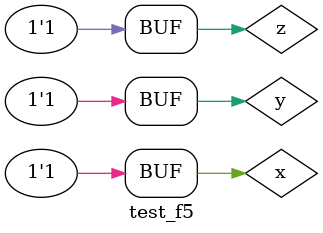
<source format=v>
/*
Laura Iara Silva Santos Xavier - 734661
Guia 6
*/

module nand_logic (output f, input a, input b, input c);

    assign f = (~((~b) | (~a))) & (~(a & b)) | (~((b & c) | (~a)));

endmodule

module test_f5;
    //Definir dados
    reg x;
    reg y;
    reg z;
    wire a, b, c;

    nand_logic moduloA (a, x, y, z);

    //Parte principal
    initial begin : main
        $display ("Exemplo_0605 - Daniel Vitor de Oliveira Santos - 716417");
        $display ("Test module");
        $display ("   x    y    z    a");

        //Projetar testes do modulo
        $monitor("%4b %4b %4b %4b", x, y, z, a);

        x = 1'b0;y = 1'b0; z = 1'b0;
        #1 x = 1'b0; y = 1'b0; z = 1'b1;
        #1 x = 1'b0; y = 1'b1; z = 1'b0;
        #1 x = 1'b0; y = 1'b1; z = 1'b1;
        #1 x = 1'b1; y = 1'b0; z = 1'b0;
        #1 x = 1'b1; y = 1'b0; z = 1'b1;
        #1 x = 1'b1; y = 1'b1; z = 1'b0;
        #1 x = 1'b1; y = 1'b1; z = 1'b1;

    end
endmodule

/* Resultado:

   x    y    z    a

   0    0    0    0
   0    0    1    0
   0    1    0    0
   0    1    1    0
   1    0    0    1
   1    0    1    1
   1    1    0    1
   1    1    1    0

*/
</source>
